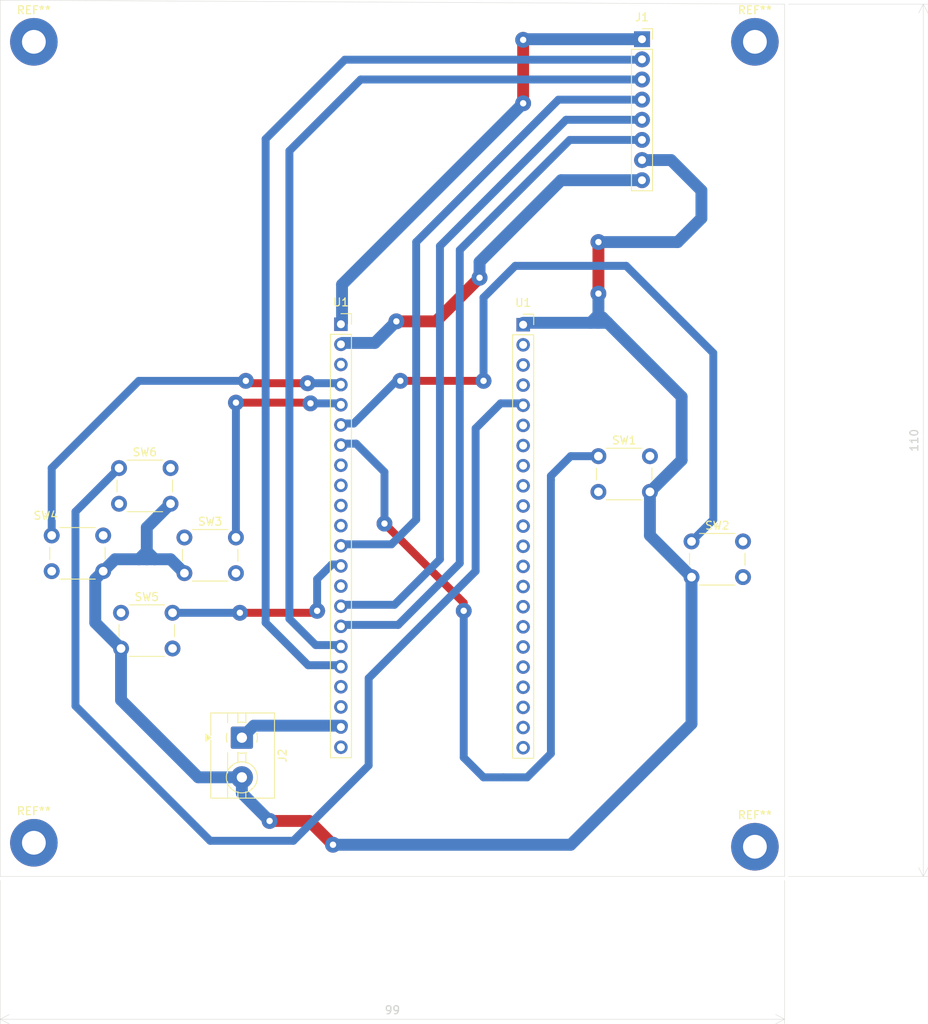
<source format=kicad_pcb>
(kicad_pcb (version 20241229) (generator "pcbnew") (generator_version "9.0")
  (layers (0 "F.Cu" signal) (2 "B.Cu" signal) (13 "F.Paste" user) (15 "B.Paste" user) (5 "F.SilkS" user "F.Silkscreen") (7 "B.SilkS" user "B.Silkscreen") (1 "F.Mask" user) (3 "B.Mask" user) (25 "Edge.Cuts" user))
  (net 0 "")
  (net 1 "Net-(J1-Pin_6)")
  (net 2 "Net-(J1-Pin_5)")
  (net 3 "Net-(J1-Pin_1)")
  (net 4 "Net-(J1-Pin_7)")
  (net 5 "Net-(J1-Pin_8)")
  (net 6 "Net-(J1-Pin_2)")
  (net 7 "Net-(J1-Pin_3)")
  (net 8 "Net-(J1-Pin_4)")
  (net 9 "Net-(U1-GPIO7)")
  (net 10 "Net-(U1-GPIO6)")
  (net 11 "Net-(U1-GPIO4)")
  (net 12 "Net-(U1-GPIO5)")
  (net 13 "Net-(U1-GPIO3)")
  (net 14 "Net-(U1-GPIO2)")
  (net 15 "Net-(J2-Pin_1)")
  (footprint "Button_Switch_THT:SW_PUSH_6mm_H4.3mm" (layer "F.Cu") (at 49 87.74)
    (property "Reference" "SW4" (at -0.75 -2.5 0) (layer "F.SilkS"))
    (property "Value" "SW_Push")
    (fp_line (start -0.25 1.5) (end -0.25 3) (stroke (width 0.12)) (layer "F.SilkS"))
    (fp_line (start 1 5.5) (end 5.5 5.5) (stroke (width 0.12)) (layer "F.SilkS"))
    (fp_line (start 5.5 -1) (end 1 -1) (stroke (width 0.12)) (layer "F.SilkS"))
    (fp_line (start 6.75 3) (end 6.75 1.5) (stroke (width 0.12)) (layer "F.SilkS"))
    (pad "1" thru_hole circle (at 0 0 90) (size 2 2) (drill 1.1) (layers "*.Cu" "*.Mask") (net 11 "Net-(U1-GPIO4)"))
    (pad "1" thru_hole circle (at 6.5 0 90) (size 2 2) (drill 1.1) (layers "*.Cu" "*.Mask") (net 11 "Net-(U1-GPIO4)"))
    (pad "2" thru_hole circle (at 0 4.5 90) (size 2 2) (drill 1.1) (layers "*.Cu" "*.Mask") (net 4 "Net-(J1-Pin_7)"))
    (pad "2" thru_hole circle (at 6.5 4.5 90) (size 2 2) (drill 1.1) (layers "*.Cu" "*.Mask") (net 4 "Net-(J1-Pin_7)"))
  )
  (footprint "Button_Switch_THT:SW_PUSH_6mm_H4.3mm" (layer "F.Cu") (at 65.75 87.99)
    (property "Reference" "SW3" (at 3.25 -2 0) (layer "F.SilkS"))
    (property "Value" "SW_Push")
    (fp_line (start -0.25 1.5) (end -0.25 3) (stroke (width 0.12)) (layer "F.SilkS"))
    (fp_line (start 1 5.5) (end 5.5 5.5) (stroke (width 0.12)) (layer "F.SilkS"))
    (fp_line (start 5.5 -1) (end 1 -1) (stroke (width 0.12)) (layer "F.SilkS"))
    (fp_line (start 6.75 3) (end 6.75 1.5) (stroke (width 0.12)) (layer "F.SilkS"))
    (pad "1" thru_hole circle (at 0 0 90) (size 2 2) (drill 1.1) (layers "*.Cu" "*.Mask") (net 12 "Net-(U1-GPIO5)"))
    (pad "1" thru_hole circle (at 6.5 0 90) (size 2 2) (drill 1.1) (layers "*.Cu" "*.Mask") (net 12 "Net-(U1-GPIO5)"))
    (pad "2" thru_hole circle (at 0 4.5 90) (size 2 2) (drill 1.1) (layers "*.Cu" "*.Mask") (net 4 "Net-(J1-Pin_7)"))
    (pad "2" thru_hole circle (at 6.5 4.5 90) (size 2 2) (drill 1.1) (layers "*.Cu" "*.Mask") (net 4 "Net-(J1-Pin_7)"))
  )
  (footprint "MountingHole:MountingHole_3mm_Pad" (layer "F.Cu") (at 137.75 126.99)
    (property "Reference" "REF**" (at 0 -4 0) (layer "F.SilkS"))
    (property "Value" "MountingHole_3mm_Pad" (hide yes))
    (pad "1" thru_hole circle (at 0 0) (size 6 6) (drill 3) (layers "*.Cu" "*.Mask"))
  )
  (footprint "Button_Switch_THT:SW_PUSH_6mm_H4.3mm" (layer "F.Cu") (at 118 77.74)
    (property "Reference" "SW1" (at 3.25 -2 0) (layer "F.SilkS"))
    (property "Value" "SW_Push")
    (fp_line (start -0.25 1.5) (end -0.25 3) (stroke (width 0.12)) (layer "F.SilkS"))
    (fp_line (start 1 5.5) (end 5.5 5.5) (stroke (width 0.12)) (layer "F.SilkS"))
    (fp_line (start 5.5 -1) (end 1 -1) (stroke (width 0.12)) (layer "F.SilkS"))
    (fp_line (start 6.75 3) (end 6.75 1.5) (stroke (width 0.12)) (layer "F.SilkS"))
    (pad "1" thru_hole circle (at 0 0 90) (size 2 2) (drill 1.1) (layers "*.Cu" "*.Mask") (net 9 "Net-(U1-GPIO7)"))
    (pad "1" thru_hole circle (at 6.5 0 90) (size 2 2) (drill 1.1) (layers "*.Cu" "*.Mask") (net 9 "Net-(U1-GPIO7)"))
    (pad "2" thru_hole circle (at 0 4.5 90) (size 2 2) (drill 1.1) (layers "*.Cu" "*.Mask") (net 4 "Net-(J1-Pin_7)"))
    (pad "2" thru_hole circle (at 6.5 4.5 90) (size 2 2) (drill 1.1) (layers "*.Cu" "*.Mask") (net 4 "Net-(J1-Pin_7)"))
  )
  (footprint "Connector_PinSocket_2.54mm:PinSocket_1x22_P2.54mm_Vertical" (layer "F.Cu") (at 108.5 61.16)
    (property "Reference" "U1" (at 0 -2.77 0) (layer "F.SilkS"))
    (property "Value" "PinSocket_1x22_P2.54mm_Vertical")
    (fp_line (start -1.33 1.27) (end -1.33 54.67) (stroke (width 0.12)) (layer "F.SilkS"))
    (fp_line (start -1.33 1.27) (end 1.33 1.27) (stroke (width 0.12)) (layer "F.SilkS"))
    (fp_line (start -1.33 54.67) (end 1.33 54.67) (stroke (width 0.12)) (layer "F.SilkS"))
    (fp_line (start 0 -1.33) (end 1.33 -1.33) (stroke (width 0.12)) (layer "F.SilkS"))
    (fp_line (start 1.33 -1.33) (end 1.33 0) (stroke (width 0.12)) (layer "F.SilkS"))
    (fp_line (start 1.33 1.27) (end 1.33 54.67) (stroke (width 0.12)) (layer "F.SilkS"))
    (pad "1" thru_hole rect (at 0 0) (size 1.7 1.7) (drill 1) (layers "*.Cu" "*.Mask"))
    (pad "2" thru_hole oval (at 0 2.54) (size 1.7 1.7) (drill 1) (layers "*.Cu" "*.Mask"))
    (pad "3" thru_hole oval (at 0 5.08) (size 1.7 1.7) (drill 1) (layers "*.Cu" "*.Mask"))
    (pad "4" thru_hole oval (at 0 7.62) (size 1.7 1.7) (drill 1) (layers "*.Cu" "*.Mask"))
    (pad "5" thru_hole oval (at 0 10.16) (size 1.7 1.7) (drill 1) (layers "*.Cu" "*.Mask"))
    (pad "6" thru_hole oval (at 0 12.7) (size 1.7 1.7) (drill 1) (layers "*.Cu" "*.Mask"))
    (pad "7" thru_hole oval (at 0 15.24) (size 1.7 1.7) (drill 1) (layers "*.Cu" "*.Mask"))
    (pad "8" thru_hole oval (at 0 17.78) (size 1.7 1.7) (drill 1) (layers "*.Cu" "*.Mask"))
    (pad "9" thru_hole oval (at 0 20.32) (size 1.7 1.7) (drill 1) (layers "*.Cu" "*.Mask"))
    (pad "10" thru_hole oval (at 0 22.86) (size 1.7 1.7) (drill 1) (layers "*.Cu" "*.Mask"))
    (pad "11" thru_hole oval (at 0 25.4) (size 1.7 1.7) (drill 1) (layers "*.Cu" "*.Mask"))
    (pad "12" thru_hole oval (at 0 27.94) (size 1.7 1.7) (drill 1) (layers "*.Cu" "*.Mask"))
    (pad "13" thru_hole oval (at 0 30.48) (size 1.7 1.7) (drill 1) (layers "*.Cu" "*.Mask"))
    (pad "14" thru_hole oval (at 0 33.02) (size 1.7 1.7) (drill 1) (layers "*.Cu" "*.Mask"))
    (pad "15" thru_hole oval (at 0 35.56) (size 1.7 1.7) (drill 1) (layers "*.Cu" "*.Mask"))
    (pad "16" thru_hole oval (at 0 38.1) (size 1.7 1.7) (drill 1) (layers "*.Cu" "*.Mask"))
    (pad "17" thru_hole oval (at 0 40.64) (size 1.7 1.7) (drill 1) (layers "*.Cu" "*.Mask"))
    (pad "18" thru_hole oval (at 0 43.18) (size 1.7 1.7) (drill 1) (layers "*.Cu" "*.Mask"))
    (pad "19" thru_hole oval (at 0 45.72) (size 1.7 1.7) (drill 1) (layers "*.Cu" "*.Mask"))
    (pad "20" thru_hole oval (at 0 48.26) (size 1.7 1.7) (drill 1) (layers "*.Cu" "*.Mask"))
    (pad "21" thru_hole oval (at 0 50.8) (size 1.7 1.7) (drill 1) (layers "*.Cu" "*.Mask"))
    (pad "22" thru_hole oval (at 0 53.34) (size 1.7 1.7) (drill 1) (layers "*.Cu" "*.Mask"))
  )
  (footprint "TerminalBlock:TerminalBlock_MaiXu_MX126-5.0-02P_1x02_P5.00mm" (layer "F.Cu") (at 73 113.24 -90)
    (property "Reference" "J2" (at 2.25 -5.12 90) (layer "F.SilkS"))
    (property "Value" "Conn_01x02_Socket" (hide yes))
    (fp_line (start -3.12 3.92) (end -0.3 3.92) (stroke (width 0.12)) (layer "F.SilkS"))
    (fp_line (start 0.3 3.92) (end 7.62 3.92) (stroke (width 0.12)) (layer "F.SilkS"))
    (fp_line (start -3.12 1.8) (end -1.88 1.8) (stroke (width 0.12)) (layer "F.SilkS"))
    (fp_line (start 1.88 1.8) (end 4.457 1.8) (stroke (width 0.12)) (layer "F.SilkS"))
    (fp_line (start 5.543 1.8) (end 7.62 1.8) (stroke (width 0.12)) (layer "F.SilkS"))
    (fp_line (start 3.795 1.443) (end 3.752 1.486) (stroke (width 0.12)) (layer "F.SilkS"))
    (fp_line (start 3.556 1.204) (end 3.513 1.247) (stroke (width 0.12)) (layer "F.SilkS"))
    (fp_line (start -3.12 0.5) (end -1.88 0.5) (stroke (width 0.12)) (layer "F.SilkS"))
    (fp_line (start 1.88 0.5) (end 3.188 0.5) (stroke (width 0.12)) (layer "F.SilkS"))
    (fp_line (start 6.812 0.5) (end 7.62 0.5) (stroke (width 0.12)) (layer "F.SilkS"))
    (fp_line (start -3.12 -0.5) (end -1.88 -0.5) (stroke (width 0.12)) (layer "F.SilkS"))
    (fp_line (start 1.88 -0.5) (end 3.188 -0.5) (stroke (width 0.12)) (layer "F.SilkS"))
    (fp_line (start 6.812 -0.5) (end 7.62 -0.5) (stroke (width 0.12)) (layer "F.SilkS"))
    (fp_line (start 6.487 -1.247) (end 6.444 -1.204) (stroke (width 0.12)) (layer "F.SilkS"))
    (fp_line (start 6.247 -1.486) (end 6.204 -1.443) (stroke (width 0.12)) (layer "F.SilkS"))
    (fp_line (start -3.12 -4.12) (end -3.12 3.92) (stroke (width 0.12)) (layer "F.SilkS"))
    (fp_line (start -3.12 -4.12) (end 7.62 -4.12) (stroke (width 0.12)) (layer "F.SilkS"))
    (fp_line (start 7.62 -4.12) (end 7.62 3.92) (stroke (width 0.12)) (layer "F.SilkS"))
    (fp_arc (start 0.554 1.88) (mid -0.000246 1.959928) (end -0.554472 1.879861) (stroke (width 0.12)) (layer "F.SilkS"))
    (fp_arc (start -1.88 0.554) (mid -1.959928 -0.000246) (end -1.879861 -0.554472) (stroke (width 0.12)) (layer "F.SilkS"))
    (fp_arc (start 1.88 -0.554) (mid 1.959928 0.000246) (end 1.879861 0.554472) (stroke (width 0.12)) (layer "F.SilkS"))
    (fp_arc (start -0.554 -1.88) (mid 0.000246 -1.959928) (end 0.554472 -1.879861) (stroke (width 0.12)) (layer "F.SilkS"))
    (fp_circle (center 5 0) (end 6.96 0) (stroke (width 0.12)) (fill no) (layer "F.SilkS"))
    (fp_poly (pts (xy 0 3.92) (xy 0.44 4.53) (xy -0.44 4.53) (xy 0 3.92)) (stroke (width 0.12)) (fill yes) (layer "F.SilkS"))
    (pad "1" thru_hole roundrect (at 0 0 270) (size 2.8 2.8) (drill 1.3) (layers "*.Cu" "*.Mask") (roundrect_rratio 0.089286) (net 15 "Net-(J2-Pin_1)"))
    (pad "2" thru_hole circle (at 5 0 270) (size 2.8 2.8) (drill 1.3) (layers "*.Cu" "*.Mask") (net 4 "Net-(J1-Pin_7)"))
  )
  (footprint "Connector_PinSocket_2.54mm:PinSocket_1x22_P2.54mm_Vertical" (layer "F.Cu") (at 85.5 61.1)
    (property "Reference" "U1" (at 0 -2.77 0) (layer "F.SilkS"))
    (property "Value" "PinSocket_1x22_P2.54mm_Vertical")
    (fp_line (start -1.33 1.27) (end -1.33 54.67) (stroke (width 0.12)) (layer "F.SilkS"))
    (fp_line (start -1.33 1.27) (end 1.33 1.27) (stroke (width 0.12)) (layer "F.SilkS"))
    (fp_line (start -1.33 54.67) (end 1.33 54.67) (stroke (width 0.12)) (layer "F.SilkS"))
    (fp_line (start 0 -1.33) (end 1.33 -1.33) (stroke (width 0.12)) (layer "F.SilkS"))
    (fp_line (start 1.33 -1.33) (end 1.33 0) (stroke (width 0.12)) (layer "F.SilkS"))
    (fp_line (start 1.33 1.27) (end 1.33 54.67) (stroke (width 0.12)) (layer "F.SilkS"))
    (pad "1" thru_hole rect (at 0 0) (size 1.7 1.7) (drill 1) (layers "*.Cu" "*.Mask"))
    (pad "2" thru_hole oval (at 0 2.54) (size 1.7 1.7) (drill 1) (layers "*.Cu" "*.Mask"))
    (pad "3" thru_hole oval (at 0 5.08) (size 1.7 1.7) (drill 1) (layers "*.Cu" "*.Mask"))
    (pad "4" thru_hole oval (at 0 7.62) (size 1.7 1.7) (drill 1) (layers "*.Cu" "*.Mask"))
    (pad "5" thru_hole oval (at 0 10.16) (size 1.7 1.7) (drill 1) (layers "*.Cu" "*.Mask"))
    (pad "6" thru_hole oval (at 0 12.7) (size 1.7 1.7) (drill 1) (layers "*.Cu" "*.Mask"))
    (pad "7" thru_hole oval (at 0 15.24) (size 1.7 1.7) (drill 1) (layers "*.Cu" "*.Mask"))
    (pad "8" thru_hole oval (at 0 17.78) (size 1.7 1.7) (drill 1) (layers "*.Cu" "*.Mask"))
    (pad "9" thru_hole oval (at 0 20.32) (size 1.7 1.7) (drill 1) (layers "*.Cu" "*.Mask"))
    (pad "10" thru_hole oval (at 0 22.86) (size 1.7 1.7) (drill 1) (layers "*.Cu" "*.Mask"))
    (pad "11" thru_hole oval (at 0 25.4) (size 1.7 1.7) (drill 1) (layers "*.Cu" "*.Mask"))
    (pad "12" thru_hole oval (at 0 27.94) (size 1.7 1.7) (drill 1) (layers "*.Cu" "*.Mask"))
    (pad "13" thru_hole oval (at 0 30.48) (size 1.7 1.7) (drill 1) (layers "*.Cu" "*.Mask"))
    (pad "14" thru_hole oval (at 0 33.02) (size 1.7 1.7) (drill 1) (layers "*.Cu" "*.Mask"))
    (pad "15" thru_hole oval (at 0 35.56) (size 1.7 1.7) (drill 1) (layers "*.Cu" "*.Mask"))
    (pad "16" thru_hole oval (at 0 38.1) (size 1.7 1.7) (drill 1) (layers "*.Cu" "*.Mask"))
    (pad "17" thru_hole oval (at 0 40.64) (size 1.7 1.7) (drill 1) (layers "*.Cu" "*.Mask"))
    (pad "18" thru_hole oval (at 0 43.18) (size 1.7 1.7) (drill 1) (layers "*.Cu" "*.Mask"))
    (pad "19" thru_hole oval (at 0 45.72) (size 1.7 1.7) (drill 1) (layers "*.Cu" "*.Mask"))
    (pad "20" thru_hole oval (at 0 48.26) (size 1.7 1.7) (drill 1) (layers "*.Cu" "*.Mask"))
    (pad "21" thru_hole oval (at 0 50.8) (size 1.7 1.7) (drill 1) (layers "*.Cu" "*.Mask"))
    (pad "22" thru_hole oval (at 0 53.34) (size 1.7 1.7) (drill 1) (layers "*.Cu" "*.Mask"))
  )
  (footprint "MountingHole:MountingHole_3mm_Pad" (layer "F.Cu") (at 46.75 25.49)
    (property "Reference" "REF**" (at 0 -4 0) (layer "F.SilkS"))
    (property "Value" "MountingHole_3mm_Pad" (hide yes))
    (pad "1" thru_hole circle (at 0 0) (size 6 6) (drill 3) (layers "*.Cu" "*.Mask"))
  )
  (footprint "Connector_PinSocket_2.54mm:PinSocket_1x08_P2.54mm_Vertical" (layer "F.Cu") (at 123.5 25.16)
    (property "Reference" "J1" (at 0 -2.77 0) (layer "F.SilkS"))
    (property "Value" "Conn_01x08")
    (fp_line (start -1.33 1.27) (end -1.33 19.11) (stroke (width 0.12)) (layer "F.SilkS"))
    (fp_line (start -1.33 1.27) (end 1.33 1.27) (stroke (width 0.12)) (layer "F.SilkS"))
    (fp_line (start -1.33 19.11) (end 1.33 19.11) (stroke (width 0.12)) (layer "F.SilkS"))
    (fp_line (start 0 -1.33) (end 1.33 -1.33) (stroke (width 0.12)) (layer "F.SilkS"))
    (fp_line (start 1.33 -1.33) (end 1.33 0) (stroke (width 0.12)) (layer "F.SilkS"))
    (fp_line (start 1.33 1.27) (end 1.33 19.11) (stroke (width 0.12)) (layer "F.SilkS"))
    (pad "1" thru_hole rect (at 0 0) (size 2 2) (drill 1) (layers "*.Cu" "*.Mask") (net 3 "Net-(J1-Pin_1)"))
    (pad "2" thru_hole circle (at 0 2.54) (size 2 2) (drill 1) (layers "*.Cu" "*.Mask") (net 6 "Net-(J1-Pin_2)"))
    (pad "3" thru_hole circle (at 0 5.08) (size 2 2) (drill 1) (layers "*.Cu" "*.Mask") (net 7 "Net-(J1-Pin_3)"))
    (pad "4" thru_hole circle (at 0 7.62) (size 2 2) (drill 1) (layers "*.Cu" "*.Mask") (net 8 "Net-(J1-Pin_4)"))
    (pad "5" thru_hole circle (at 0 10.16) (size 2 2) (drill 1) (layers "*.Cu" "*.Mask") (net 2 "Net-(J1-Pin_5)"))
    (pad "6" thru_hole circle (at 0 12.7) (size 2 2) (drill 1) (layers "*.Cu" "*.Mask") (net 1 "Net-(J1-Pin_6)"))
    (pad "7" thru_hole circle (at 0 15.24) (size 2 2) (drill 1) (layers "*.Cu" "*.Mask") (net 4 "Net-(J1-Pin_7)"))
    (pad "8" thru_hole circle (at 0 17.78) (size 2 2) (drill 1) (layers "*.Cu" "*.Mask") (net 5 "Net-(J1-Pin_8)"))
  )
  (footprint "Button_Switch_THT:SW_PUSH_6mm_H4.3mm" (layer "F.Cu") (at 129.75 88.49)
    (property "Reference" "SW2" (at 3.25 -2 0) (layer "F.SilkS"))
    (property "Value" "SW_Push")
    (fp_line (start -0.25 1.5) (end -0.25 3) (stroke (width 0.12)) (layer "F.SilkS"))
    (fp_line (start 1 5.5) (end 5.5 5.5) (stroke (width 0.12)) (layer "F.SilkS"))
    (fp_line (start 5.5 -1) (end 1 -1) (stroke (width 0.12)) (layer "F.SilkS"))
    (fp_line (start 6.75 3) (end 6.75 1.5) (stroke (width 0.12)) (layer "F.SilkS"))
    (pad "1" thru_hole circle (at 0 0 90) (size 2 2) (drill 1.1) (layers "*.Cu" "*.Mask") (net 10 "Net-(U1-GPIO6)"))
    (pad "1" thru_hole circle (at 6.5 0 90) (size 2 2) (drill 1.1) (layers "*.Cu" "*.Mask") (net 10 "Net-(U1-GPIO6)"))
    (pad "2" thru_hole circle (at 0 4.5 90) (size 2 2) (drill 1.1) (layers "*.Cu" "*.Mask") (net 4 "Net-(J1-Pin_7)"))
    (pad "2" thru_hole circle (at 6.5 4.5 90) (size 2 2) (drill 1.1) (layers "*.Cu" "*.Mask") (net 4 "Net-(J1-Pin_7)"))
  )
  (footprint "Button_Switch_THT:SW_PUSH_6mm_H4.3mm" (layer "F.Cu") (at 57.5 79.24)
    (property "Reference" "SW6" (at 3.25 -2 0) (layer "F.SilkS"))
    (property "Value" "SW_Push")
    (fp_line (start -0.25 1.5) (end -0.25 3) (stroke (width 0.12)) (layer "F.SilkS"))
    (fp_line (start 1 5.5) (end 5.5 5.5) (stroke (width 0.12)) (layer "F.SilkS"))
    (fp_line (start 5.5 -1) (end 1 -1) (stroke (width 0.12)) (layer "F.SilkS"))
    (fp_line (start 6.75 3) (end 6.75 1.5) (stroke (width 0.12)) (layer "F.SilkS"))
    (pad "1" thru_hole circle (at 0 0 90) (size 2 2) (drill 1.1) (layers "*.Cu" "*.Mask") (net 14 "Net-(U1-GPIO2)"))
    (pad "1" thru_hole circle (at 6.5 0 90) (size 2 2) (drill 1.1) (layers "*.Cu" "*.Mask") (net 14 "Net-(U1-GPIO2)"))
    (pad "2" thru_hole circle (at 0 4.5 90) (size 2 2) (drill 1.1) (layers "*.Cu" "*.Mask") (net 4 "Net-(J1-Pin_7)"))
    (pad "2" thru_hole circle (at 6.5 4.5 90) (size 2 2) (drill 1.1) (layers "*.Cu" "*.Mask") (net 4 "Net-(J1-Pin_7)"))
  )
  (footprint "Button_Switch_THT:SW_PUSH_6mm_H4.3mm" (layer "F.Cu") (at 57.75 97.49)
    (property "Reference" "SW5" (at 3.25 -2 0) (layer "F.SilkS"))
    (property "Value" "SW_Push")
    (fp_line (start -0.25 1.5) (end -0.25 3) (stroke (width 0.12)) (layer "F.SilkS"))
    (fp_line (start 1 5.5) (end 5.5 5.5) (stroke (width 0.12)) (layer "F.SilkS"))
    (fp_line (start 5.5 -1) (end 1 -1) (stroke (width 0.12)) (layer "F.SilkS"))
    (fp_line (start 6.75 3) (end 6.75 1.5) (stroke (width 0.12)) (layer "F.SilkS"))
    (pad "1" thru_hole circle (at 0 0 90) (size 2 2) (drill 1.1) (layers "*.Cu" "*.Mask") (net 13 "Net-(U1-GPIO3)"))
    (pad "1" thru_hole circle (at 6.5 0 90) (size 2 2) (drill 1.1) (layers "*.Cu" "*.Mask") (net 13 "Net-(U1-GPIO3)"))
    (pad "2" thru_hole circle (at 0 4.5 90) (size 2 2) (drill 1.1) (layers "*.Cu" "*.Mask") (net 4 "Net-(J1-Pin_7)"))
    (pad "2" thru_hole circle (at 6.5 4.5 90) (size 2 2) (drill 1.1) (layers "*.Cu" "*.Mask") (net 4 "Net-(J1-Pin_7)"))
  )
  (footprint "MountingHole:MountingHole_3mm_Pad" (layer "F.Cu") (at 46.75 126.49)
    (property "Reference" "REF**" (at 0 -4 0) (layer "F.SilkS"))
    (property "Value" "MountingHole_3mm_Pad" (hide yes))
    (pad "1" thru_hole circle (at 0 0) (size 6 6) (drill 3) (layers "*.Cu" "*.Mask"))
  )
  (footprint "MountingHole:MountingHole_3mm_Pad" (layer "F.Cu") (at 137.75 25.49)
    (property "Reference" "REF**" (at 0 -4 0) (layer "F.SilkS"))
    (property "Value" "MountingHole_3mm_Pad" (hide yes))
    (pad "1" thru_hole circle (at 0 0) (size 6 6) (drill 3) (layers "*.Cu" "*.Mask"))
  )
  (gr_line (start 42.5 130.74) (end 141.5 130.74) (stroke (width 0.05)) (layer "Edge.Cuts"))
  (gr_line (start 42.5 20.24) (end 42.5 130.74) (stroke (width 0.05)) (layer "Edge.Cuts"))
  (gr_line (start 42.5 20.24) (end 141.5 20.74) (stroke (width 0.05)) (layer "Edge.Cuts"))
  (gr_line (start 141.5 20.74) (end 141.5 130.74) (stroke (width 0.05)) (layer "Edge.Cuts"))
  (dimension (type orthogonal) (layer "Edge.Cuts") (pts (xy 141.5 130.74) (xy 42.5 130.74)) (height 18) (orientation 0) (format (prefix "") (suffix "") (units 3) (units_format 0) (precision 4) (suppress_zeroes yes)) (style (thickness 0.05) (arrow_length 1.27) (text_position_mode 0) (arrow_direction outward) (extension_height 0.58642) (extension_offset 0.5) (keep_text_aligned yes)) (gr_text "99" (at 92 147.59 0) (layer "Edge.Cuts") (effects (font (size 1 1) (thickness 0.15)))))
  (dimension (type orthogonal) (layer "Edge.Cuts") (pts (xy 141.5 20.74) (xy 141.5 130.74)) (height 17.5) (orientation 1) (format (prefix "") (suffix "") (units 3) (units_format 0) (precision 4) (suppress_zeroes yes)) (style (thickness 0.05) (arrow_length 1.27) (text_position_mode 0) (arrow_direction outward) (extension_height 0.58642) (extension_offset 0.5) (keep_text_aligned yes)) (gr_text "110" (at 157.85 75.74 90) (layer "Edge.Cuts") (effects (font (size 1 1) (thickness 0.15)))))
  (segment (start 100.5 91.24) (end 92.72 99.02) (width 1) (layer "B.Cu") (net 1))
  (segment (start 92.72 99.02) (end 85.64 99.02) (width 1) (layer "B.Cu") (net 1))
  (segment (start 100.5 51.74) (end 100.5 91.24) (width 1) (layer "B.Cu") (net 1))
  (segment (start 114.38 37.86) (end 100.5 51.74) (width 1) (layer "B.Cu") (net 1))
  (segment (start 123.5 37.86) (end 114.38 37.86) (width 1) (layer "B.Cu") (net 1))
  (segment (start 92.26 96.48) (end 85.64 96.48) (width 1) (layer "B.Cu") (net 2))
  (segment (start 113.92 35.32) (end 98 51.24) (width 1) (layer "B.Cu") (net 2))
  (segment (start 98 90.74) (end 92.26 96.48) (width 1) (layer "B.Cu") (net 2))
  (segment (start 98 51.24) (end 98 90.74) (width 1) (layer "B.Cu") (net 2))
  (segment (start 123.5 35.32) (end 113.92 35.32) (width 1) (layer "B.Cu") (net 2))
  (segment (start 108.5 33.24) (end 108.5 25.24) (width 1.5) (layer "F.Cu") (net 3))
  (via (at 108.5 25.24) (size 2) (drill 0.8) (layers "F.Cu" "B.Cu") (net 3))
  (via (at 108.5 33.24) (size 2) (drill 0.8) (layers "F.Cu" "B.Cu") (net 3))
  (segment (start 108.58 25.16) (end 108.5 25.24) (width 1.5) (layer "B.Cu") (net 3))
  (segment (start 123.5 25.16) (end 108.58 25.16) (width 1.5) (layer "B.Cu") (net 3))
  (segment (start 85.64 60.92) (end 85.64 56.1) (width 1.5) (layer "B.Cu") (net 3))
  (segment (start 85.64 56.1) (end 108.5 33.24) (width 1.5) (layer "B.Cu") (net 3))
  (segment (start 118 50.74) (end 118 57.24) (width 1.5) (layer "F.Cu") (net 4))
  (segment (start 81.5 123.74) (end 84.5 126.74) (width 1.5) (layer "F.Cu") (net 4))
  (segment (start 76.5 123.74) (end 81.5 123.74) (width 1.5) (layer "F.Cu") (net 4))
  (via (at 76.5 123.74) (size 2) (drill 0.8) (layers "F.Cu" "B.Cu") (net 4))
  (via (at 118 50.74) (size 2) (drill 0.8) (layers "F.Cu" "B.Cu") (net 4))
  (via (at 84.5 126.74) (size 2) (drill 0.8) (layers "F.Cu" "B.Cu") (net 4))
  (via (at 118 57.24) (size 2) (drill 0.8) (layers "F.Cu" "B.Cu") (net 4))
  (segment (start 114.5 126.74) (end 84.5 126.74) (width 1.5) (layer "B.Cu") (net 4))
  (segment (start 108.5 60.92) (end 117 60.92) (width 1.5) (layer "B.Cu") (net 4))
  (segment (start 57 90.74) (end 60 90.74) (width 1.5) (layer "B.Cu") (net 4))
  (segment (start 67.5 118.24) (end 57.75 108.49) (width 1.5) (layer "B.Cu") (net 4))
  (segment (start 117.68 60.24) (end 117 60.92) (width 1.5) (layer "B.Cu") (net 4))
  (segment (start 73 118.24) (end 67.5 118.24) (width 1.5) (layer "B.Cu") (net 4))
  (segment (start 61 89.74) (end 62 90.74) (width 1.5) (layer "B.Cu") (net 4))
  (segment (start 61 86.74) (end 61 89.74) (width 1.5) (layer "B.Cu") (net 4))
  (segment (start 118 60.24) (end 118 57.24) (width 1.5) (layer "B.Cu") (net 4))
  (segment (start 62 90.74) (end 64 90.74) (width 1.5) (layer "B.Cu") (net 4))
  (segment (start 131 47.74) (end 128 50.74) (width 1.5) (layer "B.Cu") (net 4))
  (segment (start 129.75 92.99) (end 124.5 87.74) (width 1.5) (layer "B.Cu") (net 4))
  (segment (start 54.5 98.74) (end 54.5 93.24) (width 1.5) (layer "B.Cu") (net 4))
  (segment (start 64 83.74) (end 61 86.74) (width 1.5) (layer "B.Cu") (net 4))
  (segment (start 118 60.24) (end 118.5 60.24) (width 1.5) (layer "B.Cu") (net 4))
  (segment (start 127.16 40.4) (end 131 44.24) (width 1.5) (layer "B.Cu") (net 4))
  (segment (start 54.5 93.24) (end 55.5 92.24) (width 1.5) (layer "B.Cu") (net 4))
  (segment (start 73 118.24) (end 73 120.24) (width 1.5) (layer "B.Cu") (net 4))
  (segment (start 128 50.74) (end 118 50.74) (width 1.5) (layer "B.Cu") (net 4))
  (segment (start 57.75 108.49) (end 57.75 101.99) (width 1.5) (layer "B.Cu") (net 4))
  (segment (start 118 60.92) (end 118 60.24) (width 1.5) (layer "B.Cu") (net 4))
  (segment (start 117 60.92) (end 118 60.92) (width 1.5) (layer "B.Cu") (net 4))
  (segment (start 57.75 101.99) (end 54.5 98.74) (width 1.5) (layer "B.Cu") (net 4))
  (segment (start 115 126.24) (end 114.5 126.74) (width 1.5) (layer "B.Cu") (net 4))
  (segment (start 118.5 60.24) (end 119.18 60.92) (width 1.5) (layer "B.Cu") (net 4))
  (segment (start 129.75 111.49) (end 115 126.24) (width 1.5) (layer "B.Cu") (net 4))
  (segment (start 60 90.74) (end 61 90.74) (width 1.5) (layer "B.Cu") (net 4))
  (segment (start 61 90.74) (end 62 90.74) (width 1.5) (layer "B.Cu") (net 4))
  (segment (start 64 90.74) (end 65.75 92.49) (width 1.5) (layer "B.Cu") (net 4))
  (segment (start 131 44.24) (end 131 47.74) (width 1.5) (layer "B.Cu") (net 4))
  (segment (start 118 60.92) (end 119.18 60.92) (width 1.5) (layer "B.Cu") (net 4))
  (segment (start 119.18 60.92) (end 128.5 70.24) (width 1.5) (layer "B.Cu") (net 4))
  (segment (start 124.5 87.74) (end 124.5 82.24) (width 1.5) (layer "B.Cu") (net 4))
  (segment (start 61 89.74) (end 60 90.74) (width 1.5) (layer "B.Cu") (net 4))
  (segment (start 129.75 92.99) (end 129.75 111.49) (width 1.5) (layer "B.Cu") (net 4))
  (segment (start 73 120.24) (end 76.5 123.74) (width 1.5) (layer "B.Cu") (net 4))
  (segment (start 55.5 92.24) (end 57 90.74) (width 1.5) (layer "B.Cu") (net 4))
  (segment (start 128.5 70.24) (end 128.5 78.24) (width 1.5) (layer "B.Cu") (net 4))
  (segment (start 128.5 78.24) (end 124.5 82.24) (width 1.5) (layer "B.Cu") (net 4))
  (segment (start 61 89.74) (end 61 90.74) (width 1.5) (layer "B.Cu") (net 4))
  (segment (start 123.5 40.4) (end 127.16 40.4) (width 1.5) (layer "B.Cu") (net 4))
  (segment (start 118 60.24) (end 117.68 60.24) (width 1.5) (layer "B.Cu") (net 4))
  (segment (start 92.5 60.74) (end 97.5 60.74) (width 1.5) (layer "F.Cu") (net 5))
  (segment (start 97.5 60.74) (end 103 55.24) (width 1.5) (layer "F.Cu") (net 5))
  (via (at 92.5 60.74) (size 2) (drill 0.8) (layers "F.Cu" "B.Cu") (net 5))
  (via (at 103 55.24) (size 2) (drill 0.8) (layers "F.Cu" "B.Cu") (net 5))
  (segment (start 85.64 63.46) (end 89.78 63.46) (width 1.5) (layer "B.Cu") (net 5))
  (segment (start 89.78 63.46) (end 92.5 60.74) (width 1.5) (layer "B.Cu") (net 5))
  (segment (start 103 53.24) (end 103 55.24) (width 1.5) (layer "B.Cu") (net 5))
  (segment (start 123.5 42.94) (end 113.3 42.94) (width 1.5) (layer "B.Cu") (net 5))
  (segment (start 113.3 42.94) (end 103 53.24) (width 1.5) (layer "B.Cu") (net 5))
  (segment (start 86 27.74) (end 76 37.74) (width 1) (layer "B.Cu") (net 6))
  (segment (start 123.46 27.74) (end 86 27.74) (width 1) (layer "B.Cu") (net 6))
  (segment (start 76 98.74) (end 81.36 104.1) (width 1) (layer "B.Cu") (net 6))
  (segment (start 76 37.74) (end 76 98.74) (width 1) (layer "B.Cu") (net 6))
  (segment (start 123.5 27.7) (end 123.46 27.74) (width 1) (layer "B.Cu") (net 6))
  (segment (start 81.36 104.1) (end 85.64 104.1) (width 1) (layer "B.Cu") (net 6))
  (segment (start 79 98.24) (end 82.32 101.56) (width 1) (layer "B.Cu") (net 7))
  (segment (start 123.5 30.24) (end 88 30.24) (width 1) (layer "B.Cu") (net 7))
  (segment (start 82.32 101.56) (end 85.64 101.56) (width 1) (layer "B.Cu") (net 7))
  (segment (start 79 39.24) (end 79 98.24) (width 1) (layer "B.Cu") (net 7))
  (segment (start 88 30.24) (end 79 39.24) (width 1) (layer "B.Cu") (net 7))
  (segment (start 91.88 88.86) (end 85.64 88.86) (width 1) (layer "B.Cu") (net 8))
  (segment (start 95 85.74) (end 91.88 88.86) (width 1) (layer "B.Cu") (net 8))
  (segment (start 112.96 32.78) (end 95 50.74) (width 1) (layer "B.Cu") (net 8))
  (segment (start 95 50.74) (end 95 85.74) (width 1) (layer "B.Cu") (net 8))
  (segment (start 123.5 32.78) (end 112.96 32.78) (width 1) (layer "B.Cu") (net 8))
  (segment (start 91 86.24) (end 101 96.24) (width 1) (layer "F.Cu") (net 9))
  (segment (start 101 96.24) (end 101 97.24) (width 1) (layer "F.Cu") (net 9))
  (via (at 101 97.24) (size 2) (drill 0.8) (layers "F.Cu" "B.Cu") (net 9))
  (via (at 91 86.24) (size 2) (drill 0.8) (layers "F.Cu" "B.Cu") (net 9))
  (segment (start 87.5 76.24) (end 91 79.74) (width 1) (layer "B.Cu") (net 9))
  (segment (start 101 115.74) (end 101 97.24) (width 1) (layer "B.Cu") (net 9))
  (segment (start 112 80.24) (end 112 80.74) (width 1) (layer "B.Cu") (net 9))
  (segment (start 112 80.74) (end 112 115.24) (width 1) (layer "B.Cu") (net 9))
  (segment (start 85.64 76.16) (end 87.42 76.16) (width 1) (layer "B.Cu") (net 9))
  (segment (start 114.5 77.74) (end 112 80.24) (width 1) (layer "B.Cu") (net 9))
  (segment (start 103.5 118.24) (end 101 115.74) (width 1) (layer "B.Cu") (net 9))
  (segment (start 91 79.74) (end 91 86.24) (width 1) (layer "B.Cu") (net 9))
  (segment (start 109 118.24) (end 106 118.24) (width 1) (layer "B.Cu") (net 9))
  (segment (start 118 77.74) (end 114.5 77.74) (width 1) (layer "B.Cu") (net 9))
  (segment (start 106 118.24) (end 103.5 118.24) (width 1) (layer "B.Cu") (net 9))
  (segment (start 87.42 76.16) (end 87.5 76.24) (width 1) (layer "B.Cu") (net 9))
  (segment (start 112 115.24) (end 109 118.24) (width 1) (layer "B.Cu") (net 9))
  (segment (start 103.5 68.24) (end 93 68.24) (width 1) (layer "F.Cu") (net 10))
  (via (at 103.5 68.24) (size 2) (drill 0.8) (layers "F.Cu" "B.Cu") (net 10))
  (via (at 93 68.24) (size 2) (drill 0.8) (layers "F.Cu" "B.Cu") (net 10))
  (segment (start 107.5 53.74) (end 103.5 57.74) (width 1) (layer "B.Cu") (net 10))
  (segment (start 92.5 68.24) (end 93 68.24) (width 1) (layer "B.Cu") (net 10))
  (segment (start 103.5 57.74) (end 103.5 68.24) (width 1) (layer "B.Cu") (net 10))
  (segment (start 87.5 73.24) (end 92.5 68.24) (width 1) (layer "B.Cu") (net 10))
  (segment (start 121.5 53.74) (end 107.5 53.74) (width 1) (layer "B.Cu") (net 10))
  (segment (start 132.5 64.74) (end 121.5 53.74) (width 1) (layer "B.Cu") (net 10))
  (segment (start 85.64 73.62) (end 87.12 73.62) (width 1) (layer "B.Cu") (net 10))
  (segment (start 129.75 88.49) (end 132.5 85.74) (width 1) (layer "B.Cu") (net 10))
  (segment (start 87.12 73.62) (end 87.5 73.24) (width 1) (layer "B.Cu") (net 10))
  (segment (start 132.5 85.74) (end 132.5 64.74) (width 1) (layer "B.Cu") (net 10))
  (segment (start 73.8 68.54) (end 73.5 68.24) (width 1) (layer "F.Cu") (net 11))
  (segment (start 81.3 68.54) (end 73.8 68.54) (width 1) (layer "F.Cu") (net 11))
  (via (at 81.3 68.54) (size 2) (drill 0.8) (layers "F.Cu" "B.Cu") (net 11))
  (via (at 73.5 68.24) (size 2) (drill 0.8) (layers "F.Cu" "B.Cu") (net 11))
  (segment (start 49 79.24) (end 60 68.24) (width 1) (layer "B.Cu") (net 11))
  (segment (start 85.64 68.54) (end 81.3 68.54) (width 1) (layer "B.Cu") (net 11))
  (segment (start 49 87.74) (end 49 79.24) (width 1) (layer "B.Cu") (net 11))
  (segment (start 60 68.24) (end 73.5 68.24) (width 1) (layer "B.Cu") (net 11))
  (segment (start 72.25 70.99) (end 81.57 70.99) (width 1) (layer "F.Cu") (net 12))
  (segment (start 81.57 70.99) (end 81.66 71.08) (width 1) (layer "F.Cu") (net 12))
  (via (at 81.66 71.08) (size 2) (drill 0.8) (layers "F.Cu" "B.Cu") (net 12))
  (via (at 72.25 70.99) (size 2) (drill 0.8) (layers "F.Cu" "B.Cu") (net 12))
  (segment (start 72.25 87.99) (end 72.25 70.99) (width 1) (layer "B.Cu") (net 12))
  (segment (start 85.64 71.08) (end 81.66 71.08) (width 1) (layer "B.Cu") (net 12))
  (segment (start 82.25 97.49) (end 82.5 97.24) (width 1) (layer "F.Cu") (net 13))
  (segment (start 72.75 97.49) (end 82.25 97.49) (width 1) (layer "F.Cu") (net 13))
  (via (at 82.5 97.24) (size 2) (drill 0.8) (layers "F.Cu" "B.Cu") (net 13))
  (via (at 72.75 97.49) (size 2) (drill 0.8) (layers "F.Cu" "B.Cu") (net 13))
  (segment (start 84.34 91.4) (end 82.5 93.24) (width 1) (layer "B.Cu") (net 13))
  (segment (start 64.25 97.49) (end 72.75 97.49) (width 1) (layer "B.Cu") (net 13))
  (segment (start 82.5 93.24) (end 82.5 97.24) (width 1) (layer "B.Cu") (net 13))
  (segment (start 85.64 91.4) (end 84.34 91.4) (width 1) (layer "B.Cu") (net 13))
  (segment (start 102.5 92.24) (end 89 105.74) (width 1) (layer "B.Cu") (net 14))
  (segment (start 69 126.24) (end 52 109.24) (width 1) (layer "B.Cu") (net 14))
  (segment (start 52 84.74) (end 57.5 79.24) (width 1) (layer "B.Cu") (net 14))
  (segment (start 89 116.74) (end 79.5 126.24) (width 1) (layer "B.Cu") (net 14))
  (segment (start 52 109.24) (end 52 84.74) (width 1) (layer "B.Cu") (net 14))
  (segment (start 108.5 71.08) (end 105.66 71.08) (width 1) (layer "B.Cu") (net 14))
  (segment (start 102.5 74.24) (end 102.5 92.24) (width 1) (layer "B.Cu") (net 14))
  (segment (start 105.66 71.08) (end 102.5 74.24) (width 1) (layer "B.Cu") (net 14))
  (segment (start 79.5 126.24) (end 69 126.24) (width 1) (layer "B.Cu") (net 14))
  (segment (start 89 105.74) (end 89 116.74) (width 1) (layer "B.Cu") (net 14))
  (segment (start 85.64 111.72) (end 74.52 111.72) (width 1.5) (layer "B.Cu") (net 15))
  (segment (start 74.52 111.72) (end 73 113.24) (width 1.5) (layer "B.Cu") (net 15))
)
</source>
